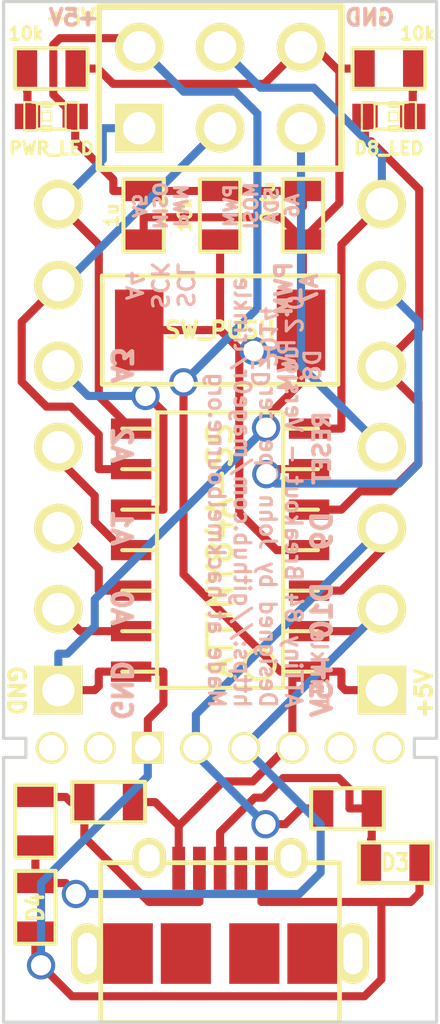
<source format=kicad_pcb>
(kicad_pcb (version 3) (host pcbnew "(2013-07-07 BZR 4022)-stable")

  (general
    (links 50)
    (no_connects 0)
    (area 12.349999 12.449999 26.050001 35.750001)
    (thickness 1.6)
    (drawings 33)
    (tracks 212)
    (zones 0)
    (modules 19)
    (nets 19)
  )

  (page A3)
  (layers
    (15 F.Cu signal)
    (0 B.Cu signal)
    (16 B.Adhes user)
    (17 F.Adhes user)
    (18 B.Paste user)
    (19 F.Paste user)
    (20 B.SilkS user)
    (21 F.SilkS user)
    (22 B.Mask user)
    (23 F.Mask user)
    (24 Dwgs.User user)
    (25 Cmts.User user)
    (26 Eco1.User user)
    (27 Eco2.User user)
    (28 Edge.Cuts user)
  )

  (setup
    (last_trace_width 0.254)
    (trace_clearance 0.254)
    (zone_clearance 0.508)
    (zone_45_only no)
    (trace_min 0.254)
    (segment_width 0.2)
    (edge_width 0.1)
    (via_size 0.889)
    (via_drill 0.635)
    (via_min_size 0.889)
    (via_min_drill 0.508)
    (uvia_size 0.508)
    (uvia_drill 0.127)
    (uvias_allowed no)
    (uvia_min_size 0.508)
    (uvia_min_drill 0.127)
    (pcb_text_width 0.3)
    (pcb_text_size 1.5 1.5)
    (mod_edge_width 0.15)
    (mod_text_size 1 1)
    (mod_text_width 0.15)
    (pad_size 1 1)
    (pad_drill 0.8)
    (pad_to_mask_clearance 0)
    (aux_axis_origin 0 0)
    (visible_elements 7FFFFFFF)
    (pcbplotparams
      (layerselection 284196865)
      (usegerberextensions true)
      (excludeedgelayer true)
      (linewidth 0.150000)
      (plotframeref false)
      (viasonmask false)
      (mode 1)
      (useauxorigin false)
      (hpglpennumber 1)
      (hpglpenspeed 20)
      (hpglpendiameter 15)
      (hpglpenoverlay 2)
      (psnegative false)
      (psa4output false)
      (plotreference true)
      (plotvalue true)
      (plotothertext true)
      (plotinvisibletext false)
      (padsonsilk false)
      (subtractmaskfromsilk false)
      (outputformat 1)
      (mirror false)
      (drillshape 0)
      (scaleselection 1)
      (outputdirectory Gerber/))
  )

  (net 0 "")
  (net 1 +5V)
  (net 2 GND)
  (net 3 N-0000010)
  (net 4 N-0000011)
  (net 5 N-0000012)
  (net 6 N-0000013)
  (net 7 N-0000014)
  (net 8 N-0000015)
  (net 9 N-0000016)
  (net 10 N-0000017)
  (net 11 N-0000018)
  (net 12 N-0000019)
  (net 13 N-0000020)
  (net 14 N-0000021)
  (net 15 N-0000022)
  (net 16 N-0000023)
  (net 17 N-000008)
  (net 18 N-000009)

  (net_class Default "This is the default net class."
    (clearance 0.254)
    (trace_width 0.254)
    (via_dia 0.889)
    (via_drill 0.635)
    (uvia_dia 0.508)
    (uvia_drill 0.127)
    (add_net "")
    (add_net +5V)
    (add_net GND)
    (add_net N-0000010)
    (add_net N-0000011)
    (add_net N-0000012)
    (add_net N-0000013)
    (add_net N-0000014)
    (add_net N-0000015)
    (add_net N-0000016)
    (add_net N-0000017)
    (add_net N-0000018)
    (add_net N-0000019)
    (add_net N-0000020)
    (add_net N-0000021)
    (add_net N-0000022)
    (add_net N-0000023)
    (add_net N-000008)
    (add_net N-000009)
  )

  (module SM0603 (layer F.Cu) (tedit 53B41724) (tstamp 53B3F790)
    (at 21.8 19.2 270)
    (path /53B3E7E8)
    (attr smd)
    (fp_text reference C1 (at 0 0 270) (layer F.SilkS) hide
      (effects (font (size 0.508 0.4572) (thickness 0.1143)))
    )
    (fp_text value 0.1u (at -0.4 1.1 270) (layer F.SilkS)
      (effects (font (size 0.4 0.4) (thickness 0.1)))
    )
    (fp_line (start -1.143 -0.635) (end 1.143 -0.635) (layer F.SilkS) (width 0.127))
    (fp_line (start 1.143 -0.635) (end 1.143 0.635) (layer F.SilkS) (width 0.127))
    (fp_line (start 1.143 0.635) (end -1.143 0.635) (layer F.SilkS) (width 0.127))
    (fp_line (start -1.143 0.635) (end -1.143 -0.635) (layer F.SilkS) (width 0.127))
    (pad 1 smd rect (at -0.762 0 270) (size 0.635 1.143)
      (layers F.Cu F.Paste F.Mask)
      (net 1 +5V)
    )
    (pad 2 smd rect (at 0.762 0 270) (size 0.635 1.143)
      (layers F.Cu F.Paste F.Mask)
      (net 2 GND)
    )
    (model smd\resistors\R0603.wrl
      (at (xyz 0 0 0.001))
      (scale (xyz 0.5 0.5 0.5))
      (rotate (xyz 0 0 0))
    )
  )

  (module SM0603 (layer F.Cu) (tedit 53C8EEA1) (tstamp 53B3F79A)
    (at 16.8 19.2 270)
    (path /53B3E7F7)
    (attr smd)
    (fp_text reference C2 (at 0 0 270) (layer F.SilkS) hide
      (effects (font (size 0.508 0.4572) (thickness 0.1143)))
    )
    (fp_text value 1u (at 0 1 270) (layer F.SilkS)
      (effects (font (size 0.4 0.4) (thickness 0.1)))
    )
    (fp_line (start -1.143 -0.635) (end 1.143 -0.635) (layer F.SilkS) (width 0.127))
    (fp_line (start 1.143 -0.635) (end 1.143 0.635) (layer F.SilkS) (width 0.127))
    (fp_line (start 1.143 0.635) (end -1.143 0.635) (layer F.SilkS) (width 0.127))
    (fp_line (start -1.143 0.635) (end -1.143 -0.635) (layer F.SilkS) (width 0.127))
    (pad 1 smd rect (at -0.762 0 270) (size 0.635 1.143)
      (layers F.Cu F.Paste F.Mask)
      (net 1 +5V)
    )
    (pad 2 smd rect (at 0.762 0 270) (size 0.635 1.143)
      (layers F.Cu F.Paste F.Mask)
      (net 2 GND)
    )
    (model smd\resistors\R0603.wrl
      (at (xyz 0 0 0.001))
      (scale (xyz 0.5 0.5 0.5))
      (rotate (xyz 0 0 0))
    )
  )

  (module SM0603 (layer F.Cu) (tedit 53B40DA2) (tstamp 53B3F7A4)
    (at 13.9 14.6)
    (path /53B3E87D)
    (attr smd)
    (fp_text reference R1 (at 0 -1.3) (layer F.SilkS) hide
      (effects (font (size 0.508 0.4572) (thickness 0.1143)))
    )
    (fp_text value 10k (at -0.8 -1.1) (layer F.SilkS)
      (effects (font (size 0.4 0.4) (thickness 0.1)))
    )
    (fp_line (start -1.143 -0.635) (end 1.143 -0.635) (layer F.SilkS) (width 0.127))
    (fp_line (start 1.143 -0.635) (end 1.143 0.635) (layer F.SilkS) (width 0.127))
    (fp_line (start 1.143 0.635) (end -1.143 0.635) (layer F.SilkS) (width 0.127))
    (fp_line (start -1.143 0.635) (end -1.143 -0.635) (layer F.SilkS) (width 0.127))
    (pad 1 smd rect (at -0.762 0) (size 0.635 1.143)
      (layers F.Cu F.Paste F.Mask)
      (net 4 N-0000011)
    )
    (pad 2 smd rect (at 0.762 0) (size 0.635 1.143)
      (layers F.Cu F.Paste F.Mask)
      (net 2 GND)
    )
    (model smd\resistors\R0603.wrl
      (at (xyz 0 0 0.001))
      (scale (xyz 0.5 0.5 0.5))
      (rotate (xyz 0 0 0))
    )
  )

  (module SM0603 (layer F.Cu) (tedit 53B40DF1) (tstamp 53B3F7AE)
    (at 24.5 14.6 180)
    (path /53B3EF88)
    (attr smd)
    (fp_text reference R3 (at 0 0 180) (layer F.SilkS) hide
      (effects (font (size 0.508 0.4572) (thickness 0.1143)))
    )
    (fp_text value 10k (at -0.9 1.1 180) (layer F.SilkS)
      (effects (font (size 0.4 0.4) (thickness 0.1)))
    )
    (fp_line (start -1.143 -0.635) (end 1.143 -0.635) (layer F.SilkS) (width 0.127))
    (fp_line (start 1.143 -0.635) (end 1.143 0.635) (layer F.SilkS) (width 0.127))
    (fp_line (start 1.143 0.635) (end -1.143 0.635) (layer F.SilkS) (width 0.127))
    (fp_line (start -1.143 0.635) (end -1.143 -0.635) (layer F.SilkS) (width 0.127))
    (pad 1 smd rect (at -0.762 0 180) (size 0.635 1.143)
      (layers F.Cu F.Paste F.Mask)
      (net 17 N-000008)
    )
    (pad 2 smd rect (at 0.762 0 180) (size 0.635 1.143)
      (layers F.Cu F.Paste F.Mask)
      (net 2 GND)
    )
    (model smd\resistors\R0603.wrl
      (at (xyz 0 0 0.001))
      (scale (xyz 0.5 0.5 0.5))
      (rotate (xyz 0 0 0))
    )
  )

  (module SM0603 (layer F.Cu) (tedit 53B40CCD) (tstamp 53B3F7B8)
    (at 19.2 19.2 270)
    (path /53B3F0D4)
    (attr smd)
    (fp_text reference R2 (at 0 0 270) (layer F.SilkS) hide
      (effects (font (size 0.508 0.4572) (thickness 0.1143)))
    )
    (fp_text value 10k (at 0 1.1 270) (layer F.SilkS)
      (effects (font (size 0.4 0.4) (thickness 0.1)))
    )
    (fp_line (start -1.143 -0.635) (end 1.143 -0.635) (layer F.SilkS) (width 0.127))
    (fp_line (start 1.143 -0.635) (end 1.143 0.635) (layer F.SilkS) (width 0.127))
    (fp_line (start 1.143 0.635) (end -1.143 0.635) (layer F.SilkS) (width 0.127))
    (fp_line (start -1.143 0.635) (end -1.143 -0.635) (layer F.SilkS) (width 0.127))
    (pad 1 smd rect (at -0.762 0 270) (size 0.635 1.143)
      (layers F.Cu F.Paste F.Mask)
      (net 1 +5V)
    )
    (pad 2 smd rect (at 0.762 0 270) (size 0.635 1.143)
      (layers F.Cu F.Paste F.Mask)
      (net 8 N-0000015)
    )
    (model smd\resistors\R0603.wrl
      (at (xyz 0 0 0.001))
      (scale (xyz 0.5 0.5 0.5))
      (rotate (xyz 0 0 0))
    )
  )

  (module pin_array_3x2 (layer F.Cu) (tedit 53B408F7) (tstamp 53B3F7C6)
    (at 19.2 15.2)
    (descr "Double rangee de contacts 2 x 4 pins")
    (tags CONN)
    (path /53B3E722)
    (fp_text reference P1 (at 0 -3.81) (layer F.SilkS) hide
      (effects (font (size 1.016 1.016) (thickness 0.2032)))
    )
    (fp_text value ISCP (at 0 3.81) (layer F.SilkS) hide
      (effects (font (size 1.016 1.016) (thickness 0.2032)))
    )
    (fp_line (start 3.81 2.54) (end -3.81 2.54) (layer F.SilkS) (width 0.2032))
    (fp_line (start -3.81 -2.54) (end 3.81 -2.54) (layer F.SilkS) (width 0.2032))
    (fp_line (start 3.81 -2.54) (end 3.81 2.54) (layer F.SilkS) (width 0.2032))
    (fp_line (start -3.81 2.54) (end -3.81 -2.54) (layer F.SilkS) (width 0.2032))
    (pad 1 thru_hole rect (at -2.54 1.27) (size 1.524 1.524) (drill 1.016)
      (layers *.Cu *.Mask F.SilkS)
      (net 12 N-0000019)
    )
    (pad 2 thru_hole circle (at -2.54 -1.27) (size 1.524 1.524) (drill 1.016)
      (layers *.Cu *.Mask F.SilkS)
      (net 1 +5V)
    )
    (pad 3 thru_hole circle (at 0 1.27) (size 1.524 1.524) (drill 1.016)
      (layers *.Cu *.Mask F.SilkS)
      (net 13 N-0000020)
    )
    (pad 4 thru_hole circle (at 0 -1.27) (size 1.524 1.524) (drill 1.016)
      (layers *.Cu *.Mask F.SilkS)
      (net 11 N-0000018)
    )
    (pad 5 thru_hole circle (at 2.54 1.27) (size 1.524 1.524) (drill 1.016)
      (layers *.Cu *.Mask F.SilkS)
      (net 8 N-0000015)
    )
    (pad 6 thru_hole circle (at 2.54 -1.27) (size 1.524 1.524) (drill 1.016)
      (layers *.Cu *.Mask F.SilkS)
      (net 2 GND)
    )
    (model pin_array/pins_array_3x2.wrl
      (at (xyz 0 0 0))
      (scale (xyz 1 1 1))
      (rotate (xyz 0 0 0))
    )
  )

  (module LED-0603 (layer F.Cu) (tedit 53B40BA1) (tstamp 53B3F7E2)
    (at 13.9 16.1 180)
    (descr "LED 0603 smd package")
    (tags "LED led 0603 SMD smd SMT smt smdled SMDLED smtled SMTLED")
    (path /53B3E855)
    (attr smd)
    (fp_text reference D1 (at 0 -1.016 180) (layer F.SilkS) hide
      (effects (font (size 0.508 0.508) (thickness 0.127)))
    )
    (fp_text value PWR_LED (at 0 -1 180) (layer F.SilkS)
      (effects (font (size 0.4 0.4) (thickness 0.1)))
    )
    (fp_line (start 0.44958 -0.44958) (end 0.44958 0.44958) (layer F.SilkS) (width 0.06604))
    (fp_line (start 0.44958 0.44958) (end 0.84836 0.44958) (layer F.SilkS) (width 0.06604))
    (fp_line (start 0.84836 -0.44958) (end 0.84836 0.44958) (layer F.SilkS) (width 0.06604))
    (fp_line (start 0.44958 -0.44958) (end 0.84836 -0.44958) (layer F.SilkS) (width 0.06604))
    (fp_line (start -0.84836 -0.44958) (end -0.84836 0.44958) (layer F.SilkS) (width 0.06604))
    (fp_line (start -0.84836 0.44958) (end -0.44958 0.44958) (layer F.SilkS) (width 0.06604))
    (fp_line (start -0.44958 -0.44958) (end -0.44958 0.44958) (layer F.SilkS) (width 0.06604))
    (fp_line (start -0.84836 -0.44958) (end -0.44958 -0.44958) (layer F.SilkS) (width 0.06604))
    (fp_line (start 0 -0.44958) (end 0 -0.29972) (layer F.SilkS) (width 0.06604))
    (fp_line (start 0 -0.29972) (end 0.29972 -0.29972) (layer F.SilkS) (width 0.06604))
    (fp_line (start 0.29972 -0.44958) (end 0.29972 -0.29972) (layer F.SilkS) (width 0.06604))
    (fp_line (start 0 -0.44958) (end 0.29972 -0.44958) (layer F.SilkS) (width 0.06604))
    (fp_line (start 0 0.29972) (end 0 0.44958) (layer F.SilkS) (width 0.06604))
    (fp_line (start 0 0.44958) (end 0.29972 0.44958) (layer F.SilkS) (width 0.06604))
    (fp_line (start 0.29972 0.29972) (end 0.29972 0.44958) (layer F.SilkS) (width 0.06604))
    (fp_line (start 0 0.29972) (end 0.29972 0.29972) (layer F.SilkS) (width 0.06604))
    (fp_line (start 0 -0.14986) (end 0 0.14986) (layer F.SilkS) (width 0.06604))
    (fp_line (start 0 0.14986) (end 0.29972 0.14986) (layer F.SilkS) (width 0.06604))
    (fp_line (start 0.29972 -0.14986) (end 0.29972 0.14986) (layer F.SilkS) (width 0.06604))
    (fp_line (start 0 -0.14986) (end 0.29972 -0.14986) (layer F.SilkS) (width 0.06604))
    (fp_line (start 0.44958 -0.39878) (end -0.44958 -0.39878) (layer F.SilkS) (width 0.1016))
    (fp_line (start 0.44958 0.39878) (end -0.44958 0.39878) (layer F.SilkS) (width 0.1016))
    (pad 1 smd rect (at -0.7493 0 180) (size 0.79756 0.79756)
      (layers F.Cu F.Paste F.Mask)
      (net 1 +5V)
    )
    (pad 2 smd rect (at 0.7493 0 180) (size 0.79756 0.79756)
      (layers F.Cu F.Paste F.Mask)
      (net 4 N-0000011)
    )
  )

  (module LED-0603 (layer F.Cu) (tedit 53B40B9C) (tstamp 53B3F7FE)
    (at 24.5 16.1)
    (descr "LED 0603 smd package")
    (tags "LED led 0603 SMD smd SMT smt smdled SMDLED smtled SMTLED")
    (path /53B3EDDD)
    (attr smd)
    (fp_text reference D2 (at 0 -1.016) (layer F.SilkS) hide
      (effects (font (size 0.508 0.508) (thickness 0.127)))
    )
    (fp_text value D8_LED (at 0 1) (layer F.SilkS)
      (effects (font (size 0.4 0.4) (thickness 0.1)))
    )
    (fp_line (start 0.44958 -0.44958) (end 0.44958 0.44958) (layer F.SilkS) (width 0.06604))
    (fp_line (start 0.44958 0.44958) (end 0.84836 0.44958) (layer F.SilkS) (width 0.06604))
    (fp_line (start 0.84836 -0.44958) (end 0.84836 0.44958) (layer F.SilkS) (width 0.06604))
    (fp_line (start 0.44958 -0.44958) (end 0.84836 -0.44958) (layer F.SilkS) (width 0.06604))
    (fp_line (start -0.84836 -0.44958) (end -0.84836 0.44958) (layer F.SilkS) (width 0.06604))
    (fp_line (start -0.84836 0.44958) (end -0.44958 0.44958) (layer F.SilkS) (width 0.06604))
    (fp_line (start -0.44958 -0.44958) (end -0.44958 0.44958) (layer F.SilkS) (width 0.06604))
    (fp_line (start -0.84836 -0.44958) (end -0.44958 -0.44958) (layer F.SilkS) (width 0.06604))
    (fp_line (start 0 -0.44958) (end 0 -0.29972) (layer F.SilkS) (width 0.06604))
    (fp_line (start 0 -0.29972) (end 0.29972 -0.29972) (layer F.SilkS) (width 0.06604))
    (fp_line (start 0.29972 -0.44958) (end 0.29972 -0.29972) (layer F.SilkS) (width 0.06604))
    (fp_line (start 0 -0.44958) (end 0.29972 -0.44958) (layer F.SilkS) (width 0.06604))
    (fp_line (start 0 0.29972) (end 0 0.44958) (layer F.SilkS) (width 0.06604))
    (fp_line (start 0 0.44958) (end 0.29972 0.44958) (layer F.SilkS) (width 0.06604))
    (fp_line (start 0.29972 0.29972) (end 0.29972 0.44958) (layer F.SilkS) (width 0.06604))
    (fp_line (start 0 0.29972) (end 0.29972 0.29972) (layer F.SilkS) (width 0.06604))
    (fp_line (start 0 -0.14986) (end 0 0.14986) (layer F.SilkS) (width 0.06604))
    (fp_line (start 0 0.14986) (end 0.29972 0.14986) (layer F.SilkS) (width 0.06604))
    (fp_line (start 0.29972 -0.14986) (end 0.29972 0.14986) (layer F.SilkS) (width 0.06604))
    (fp_line (start 0 -0.14986) (end 0.29972 -0.14986) (layer F.SilkS) (width 0.06604))
    (fp_line (start 0.44958 -0.39878) (end -0.44958 -0.39878) (layer F.SilkS) (width 0.1016))
    (fp_line (start 0.44958 0.39878) (end -0.44958 0.39878) (layer F.SilkS) (width 0.1016))
    (pad 1 smd rect (at -0.7493 0) (size 0.79756 0.79756)
      (layers F.Cu F.Paste F.Mask)
      (net 9 N-0000016)
    )
    (pad 2 smd rect (at 0.7493 0) (size 0.79756 0.79756)
      (layers F.Cu F.Paste F.Mask)
      (net 17 N-000008)
    )
  )

  (module so-14 (layer F.Cu) (tedit 53C8EE1D) (tstamp 53B3F823)
    (at 19.2 29.7 90)
    (descr SO-14)
    (path /53B3DF25)
    (attr smd)
    (fp_text reference IC1 (at 0 -1.016 90) (layer F.SilkS) hide
      (effects (font (size 0.7493 0.7493) (thickness 0.14986)))
    )
    (fp_text value ATTINY84A-SS (at 0 0 90) (layer F.SilkS)
      (effects (font (size 0.7493 0.7493) (thickness 0.14986)))
    )
    (fp_line (start -4.318 -1.9812) (end -4.318 1.9812) (layer F.SilkS) (width 0.127))
    (fp_line (start -4.318 1.9812) (end 4.318 1.9812) (layer F.SilkS) (width 0.127))
    (fp_line (start 4.318 1.9812) (end 4.318 -1.9812) (layer F.SilkS) (width 0.127))
    (fp_line (start 4.318 -1.9812) (end -4.318 -1.9812) (layer F.SilkS) (width 0.127))
    (fp_line (start -2.54 -1.9812) (end -2.54 -3.0734) (layer F.SilkS) (width 0.127))
    (fp_line (start -1.27 -1.9812) (end -1.27 -3.0734) (layer F.SilkS) (width 0.127))
    (fp_line (start 0 -1.9812) (end 0 -3.0734) (layer F.SilkS) (width 0.127))
    (fp_line (start -3.81 -1.9812) (end -3.81 -3.0734) (layer F.SilkS) (width 0.127))
    (fp_line (start 1.27 -3.0734) (end 1.27 -1.9812) (layer F.SilkS) (width 0.127))
    (fp_line (start 2.54 -3.0734) (end 2.54 -1.9812) (layer F.SilkS) (width 0.127))
    (fp_line (start 3.81 -3.0734) (end 3.81 -1.9812) (layer F.SilkS) (width 0.127))
    (fp_line (start 3.81 1.9812) (end 3.81 3.0734) (layer F.SilkS) (width 0.127))
    (fp_line (start 2.54 1.9812) (end 2.54 3.0734) (layer F.SilkS) (width 0.127))
    (fp_line (start -3.81 1.9812) (end -3.81 3.0734) (layer F.SilkS) (width 0.127))
    (fp_line (start -2.54 3.0734) (end -2.54 1.9812) (layer F.SilkS) (width 0.127))
    (fp_line (start 1.27 3.0734) (end 1.27 1.9812) (layer F.SilkS) (width 0.127))
    (fp_line (start 0 3.0734) (end 0 1.9812) (layer F.SilkS) (width 0.127))
    (fp_line (start -1.27 3.0734) (end -1.27 1.9812) (layer F.SilkS) (width 0.127))
    (fp_circle (center -3.5814 1.2446) (end -3.8608 1.6256) (layer F.SilkS) (width 0.127))
    (pad 1 smd rect (at -3.81 2.794 90) (size 0.635 1.27)
      (layers F.Cu F.Paste F.Mask)
      (net 1 +5V)
    )
    (pad 2 smd rect (at -2.54 2.794 90) (size 0.635 1.27)
      (layers F.Cu F.Paste F.Mask)
      (net 6 N-0000013)
    )
    (pad 3 smd rect (at -1.27 2.794 90) (size 0.635 1.27)
      (layers F.Cu F.Paste F.Mask)
      (net 7 N-0000014)
    )
    (pad 4 smd rect (at 0 2.794 90) (size 0.635 1.27)
      (layers F.Cu F.Paste F.Mask)
      (net 8 N-0000015)
    )
    (pad 5 smd rect (at 1.27 2.794 90) (size 0.635 1.27)
      (layers F.Cu F.Paste F.Mask)
      (net 9 N-0000016)
    )
    (pad 6 smd rect (at 2.54 2.794 90) (size 0.635 1.27)
      (layers F.Cu F.Paste F.Mask)
      (net 10 N-0000017)
    )
    (pad 7 smd rect (at 3.81 2.794 90) (size 0.635 1.27)
      (layers F.Cu F.Paste F.Mask)
      (net 11 N-0000018)
    )
    (pad 8 smd rect (at 3.81 -2.794 90) (size 0.635 1.27)
      (layers F.Cu F.Paste F.Mask)
      (net 12 N-0000019)
    )
    (pad 9 smd rect (at 2.54 -2.794 90) (size 0.635 1.27)
      (layers F.Cu F.Paste F.Mask)
      (net 13 N-0000020)
    )
    (pad 10 smd rect (at 1.27 -2.794 90) (size 0.635 1.27)
      (layers F.Cu F.Paste F.Mask)
      (net 14 N-0000021)
    )
    (pad 11 smd rect (at 0 -2.794 90) (size 0.635 1.27)
      (layers F.Cu F.Paste F.Mask)
      (net 5 N-0000012)
    )
    (pad 12 smd rect (at -1.27 -2.794 90) (size 0.635 1.27)
      (layers F.Cu F.Paste F.Mask)
      (net 15 N-0000022)
    )
    (pad 13 smd rect (at -2.54 -2.794 90) (size 0.635 1.27)
      (layers F.Cu F.Paste F.Mask)
      (net 16 N-0000023)
    )
    (pad 14 smd rect (at -3.81 -2.794 90) (size 0.635 1.27)
      (layers F.Cu F.Paste F.Mask)
      (net 2 GND)
    )
    (model smd/smd_dil/so-14.wrl
      (at (xyz 0 0 0))
      (scale (xyz 1 1 1))
      (rotate (xyz 0 0 0))
    )
  )

  (module 1107G (layer F.Cu) (tedit 53B4091B) (tstamp 53B408F5)
    (at 19.2 22.8)
    (tags SWITCH)
    (path /53B3F19E)
    (fp_text reference SW1 (at 0 2.54) (layer F.SilkS) hide
      (effects (font (size 1 1) (thickness 0.15)))
    )
    (fp_text value SW_PUSH (at 0 0) (layer F.SilkS)
      (effects (font (size 0.5 0.5) (thickness 0.125)))
    )
    (fp_line (start -3.7 -1.7) (end 3.7 -1.7) (layer F.SilkS) (width 0.15))
    (fp_line (start 3.7 -1.7) (end 3.7 1.7) (layer F.SilkS) (width 0.15))
    (fp_line (start 3.7 1.7) (end -3.7 1.7) (layer F.SilkS) (width 0.15))
    (fp_line (start -3.7 1.7) (end -3.7 -1.7) (layer F.SilkS) (width 0.15))
    (pad 1 smd rect (at 2.54 0) (size 1.524 2.54)
      (layers F.Cu F.Paste F.Mask)
      (net 2 GND)
    )
    (pad 2 smd rect (at -2.54 0) (size 1.524 2.54)
      (layers F.Cu F.Paste F.Mask)
      (net 8 N-0000015)
    )
  )

  (module PIN_ARRAY-7X1_naked (layer F.Cu) (tedit 54032358) (tstamp 53B40B2E)
    (at 14.12 26.47 90)
    (path /53B3E913)
    (fp_text reference P2 (at 0 -2.159 90) (layer F.SilkS) hide
      (effects (font (size 1.016 1.016) (thickness 0.2032)))
    )
    (fp_text value CONN_7 (at 0 2.159 90) (layer F.SilkS) hide
      (effects (font (size 1.016 0.889) (thickness 0.2032)))
    )
    (pad 1 thru_hole rect (at -7.62 0 90) (size 1.524 1.524) (drill 1.016)
      (layers *.Cu *.Mask F.SilkS)
      (net 2 GND)
    )
    (pad 2 thru_hole circle (at -5.08 0 90) (size 1.524 1.524) (drill 1.016)
      (layers *.Cu *.Mask F.SilkS)
      (net 16 N-0000023)
    )
    (pad 3 thru_hole circle (at -2.54 0 90) (size 1.524 1.524) (drill 1.016)
      (layers *.Cu *.Mask F.SilkS)
      (net 15 N-0000022)
    )
    (pad 4 thru_hole circle (at 0 0 90) (size 1.524 1.524) (drill 1.016)
      (layers *.Cu *.Mask F.SilkS)
      (net 5 N-0000012)
    )
    (pad 5 thru_hole circle (at 2.54 0 90) (size 1.524 1.524) (drill 1.016)
      (layers *.Cu *.Mask F.SilkS)
      (net 14 N-0000021)
    )
    (pad 6 thru_hole circle (at 5.08 0 90) (size 1.524 1.524) (drill 1.016)
      (layers *.Cu *.Mask F.SilkS)
      (net 13 N-0000020)
    )
    (pad 7 thru_hole circle (at 7.62 0 90) (size 1.524 1.524) (drill 1.016)
      (layers *.Cu *.Mask F.SilkS)
      (net 12 N-0000019)
    )
    (model pin_array/pins_array_6x1.wrl
      (at (xyz 0 0 0))
      (scale (xyz 1 1 1))
      (rotate (xyz 0 0 0))
    )
  )

  (module PIN_ARRAY-7X1_naked (layer F.Cu) (tedit 54032358) (tstamp 53B411FD)
    (at 24.28 26.47 90)
    (path /53B3E922)
    (fp_text reference P3 (at 0 -2.159 90) (layer F.SilkS) hide
      (effects (font (size 1.016 1.016) (thickness 0.2032)))
    )
    (fp_text value CONN_7 (at 0 2.159 90) (layer F.SilkS) hide
      (effects (font (size 1.016 0.889) (thickness 0.2032)))
    )
    (pad 1 thru_hole rect (at -7.62 0 90) (size 1.524 1.524) (drill 1.016)
      (layers *.Cu *.Mask F.SilkS)
      (net 1 +5V)
    )
    (pad 2 thru_hole circle (at -5.08 0 90) (size 1.524 1.524) (drill 1.016)
      (layers *.Cu *.Mask F.SilkS)
      (net 6 N-0000013)
    )
    (pad 3 thru_hole circle (at -2.54 0 90) (size 1.524 1.524) (drill 1.016)
      (layers *.Cu *.Mask F.SilkS)
      (net 7 N-0000014)
    )
    (pad 4 thru_hole circle (at 0 0 90) (size 1.524 1.524) (drill 1.016)
      (layers *.Cu *.Mask F.SilkS)
      (net 8 N-0000015)
    )
    (pad 5 thru_hole circle (at 2.54 0 90) (size 1.524 1.524) (drill 1.016)
      (layers *.Cu *.Mask F.SilkS)
      (net 9 N-0000016)
    )
    (pad 6 thru_hole circle (at 5.08 0 90) (size 1.524 1.524) (drill 1.016)
      (layers *.Cu *.Mask F.SilkS)
      (net 10 N-0000017)
    )
    (pad 7 thru_hole circle (at 7.62 0 90) (size 1.524 1.524) (drill 1.016)
      (layers *.Cu *.Mask F.SilkS)
      (net 11 N-0000018)
    )
    (model pin_array/pins_array_6x1.wrl
      (at (xyz 0 0 0))
      (scale (xyz 1 1 1))
      (rotate (xyz 0 0 0))
    )
  )

  (module SM0603 (layer F.Cu) (tedit 54032CB0) (tstamp 540326E1)
    (at 15.7 37.6)
    (path /54032140)
    (attr smd)
    (fp_text reference R4 (at 0 0) (layer F.SilkS) hide
      (effects (font (size 0.508 0.4572) (thickness 0.1143)))
    )
    (fp_text value 1k (at 0 1.3) (layer F.SilkS) hide
      (effects (font (size 0.508 0.4572) (thickness 0.1143)))
    )
    (fp_line (start -1.143 -0.635) (end 1.143 -0.635) (layer F.SilkS) (width 0.127))
    (fp_line (start 1.143 -0.635) (end 1.143 0.635) (layer F.SilkS) (width 0.127))
    (fp_line (start 1.143 0.635) (end -1.143 0.635) (layer F.SilkS) (width 0.127))
    (fp_line (start -1.143 0.635) (end -1.143 -0.635) (layer F.SilkS) (width 0.127))
    (pad 1 smd rect (at -0.762 0) (size 0.635 1.143)
      (layers F.Cu F.Paste F.Mask)
      (net 3 N-0000010)
    )
    (pad 2 smd rect (at 0.762 0) (size 0.635 1.143)
      (layers F.Cu F.Paste F.Mask)
      (net 1 +5V)
    )
    (model smd\resistors\R0603.wrl
      (at (xyz 0 0 0.001))
      (scale (xyz 0.5 0.5 0.5))
      (rotate (xyz 0 0 0))
    )
  )

  (module SM0603 (layer F.Cu) (tedit 54032CBB) (tstamp 540326EB)
    (at 13.4 38.2 270)
    (path /540322DD)
    (attr smd)
    (fp_text reference R6 (at 0 0 270) (layer F.SilkS) hide
      (effects (font (size 0.508 0.4572) (thickness 0.1143)))
    )
    (fp_text value 68 (at -1.8 0 270) (layer F.SilkS) hide
      (effects (font (size 0.508 0.4572) (thickness 0.1143)))
    )
    (fp_line (start -1.143 -0.635) (end 1.143 -0.635) (layer F.SilkS) (width 0.127))
    (fp_line (start 1.143 -0.635) (end 1.143 0.635) (layer F.SilkS) (width 0.127))
    (fp_line (start 1.143 0.635) (end -1.143 0.635) (layer F.SilkS) (width 0.127))
    (fp_line (start -1.143 0.635) (end -1.143 -0.635) (layer F.SilkS) (width 0.127))
    (pad 1 smd rect (at -0.762 0 270) (size 0.635 1.143)
      (layers F.Cu F.Paste F.Mask)
      (net 3 N-0000010)
    )
    (pad 2 smd rect (at 0.762 0 270) (size 0.635 1.143)
      (layers F.Cu F.Paste F.Mask)
      (net 6 N-0000013)
    )
    (model smd\resistors\R0603.wrl
      (at (xyz 0 0 0.001))
      (scale (xyz 0.5 0.5 0.5))
      (rotate (xyz 0 0 0))
    )
  )

  (module SM0603 (layer F.Cu) (tedit 54032CC3) (tstamp 540326F5)
    (at 23.2 37.8 180)
    (path /54032305)
    (attr smd)
    (fp_text reference R5 (at 0 0 180) (layer F.SilkS) hide
      (effects (font (size 0.508 0.4572) (thickness 0.1143)))
    )
    (fp_text value 68 (at -1.8 0 180) (layer F.SilkS) hide
      (effects (font (size 0.508 0.4572) (thickness 0.1143)))
    )
    (fp_line (start -1.143 -0.635) (end 1.143 -0.635) (layer F.SilkS) (width 0.127))
    (fp_line (start 1.143 -0.635) (end 1.143 0.635) (layer F.SilkS) (width 0.127))
    (fp_line (start 1.143 0.635) (end -1.143 0.635) (layer F.SilkS) (width 0.127))
    (fp_line (start -1.143 0.635) (end -1.143 -0.635) (layer F.SilkS) (width 0.127))
    (pad 1 smd rect (at -0.762 0 180) (size 0.635 1.143)
      (layers F.Cu F.Paste F.Mask)
      (net 18 N-000009)
    )
    (pad 2 smd rect (at 0.762 0 180) (size 0.635 1.143)
      (layers F.Cu F.Paste F.Mask)
      (net 7 N-0000014)
    )
    (model smd\resistors\R0603.wrl
      (at (xyz 0 0 0.001))
      (scale (xyz 0.5 0.5 0.5))
      (rotate (xyz 0 0 0))
    )
  )

  (module SM0603 (layer F.Cu) (tedit 4E43A3D1) (tstamp 540326FF)
    (at 24.7 39.5 180)
    (path /540324BD)
    (attr smd)
    (fp_text reference D3 (at 0 0 180) (layer F.SilkS)
      (effects (font (size 0.508 0.4572) (thickness 0.1143)))
    )
    (fp_text value DIODE (at 0 0 180) (layer F.SilkS) hide
      (effects (font (size 0.508 0.4572) (thickness 0.1143)))
    )
    (fp_line (start -1.143 -0.635) (end 1.143 -0.635) (layer F.SilkS) (width 0.127))
    (fp_line (start 1.143 -0.635) (end 1.143 0.635) (layer F.SilkS) (width 0.127))
    (fp_line (start 1.143 0.635) (end -1.143 0.635) (layer F.SilkS) (width 0.127))
    (fp_line (start -1.143 0.635) (end -1.143 -0.635) (layer F.SilkS) (width 0.127))
    (pad 1 smd rect (at -0.762 0 180) (size 0.635 1.143)
      (layers F.Cu F.Paste F.Mask)
      (net 2 GND)
    )
    (pad 2 smd rect (at 0.762 0 180) (size 0.635 1.143)
      (layers F.Cu F.Paste F.Mask)
      (net 18 N-000009)
    )
    (model smd\resistors\R0603.wrl
      (at (xyz 0 0 0.001))
      (scale (xyz 0.5 0.5 0.5))
      (rotate (xyz 0 0 0))
    )
  )

  (module SM0603 (layer F.Cu) (tedit 4E43A3D1) (tstamp 54032709)
    (at 13.4 40.9 90)
    (path /540324EE)
    (attr smd)
    (fp_text reference D4 (at 0 0 90) (layer F.SilkS)
      (effects (font (size 0.508 0.4572) (thickness 0.1143)))
    )
    (fp_text value DIODE (at 0 0 90) (layer F.SilkS) hide
      (effects (font (size 0.508 0.4572) (thickness 0.1143)))
    )
    (fp_line (start -1.143 -0.635) (end 1.143 -0.635) (layer F.SilkS) (width 0.127))
    (fp_line (start 1.143 -0.635) (end 1.143 0.635) (layer F.SilkS) (width 0.127))
    (fp_line (start 1.143 0.635) (end -1.143 0.635) (layer F.SilkS) (width 0.127))
    (fp_line (start -1.143 0.635) (end -1.143 -0.635) (layer F.SilkS) (width 0.127))
    (pad 1 smd rect (at -0.762 0 90) (size 0.635 1.143)
      (layers F.Cu F.Paste F.Mask)
      (net 2 GND)
    )
    (pad 2 smd rect (at 0.762 0 90) (size 0.635 1.143)
      (layers F.Cu F.Paste F.Mask)
      (net 6 N-0000013)
    )
    (model smd\resistors\R0603.wrl
      (at (xyz 0 0 0.001))
      (scale (xyz 0.5 0.5 0.5))
      (rotate (xyz 0 0 0))
    )
  )

  (module MINI_USB (layer F.Cu) (tedit 54032C2C) (tstamp 54038DB3)
    (at 19.2 42 180)
    (tags SD-47589-001)
    (path /53F1DD1C)
    (fp_text reference CON1 (at 0 -3.6 180) (layer F.SilkS) hide
      (effects (font (size 1 1) (thickness 0.15)))
    )
    (fp_text value USB-MINI-B (at 0 4.6 180) (layer F.SilkS) hide
      (effects (font (size 1 1) (thickness 0.15)))
    )
    (fp_line (start -3.75 -2.5) (end -3.75 2.5) (layer F.SilkS) (width 0.15))
    (fp_line (start -3.75 2.5) (end 3.75 2.5) (layer F.SilkS) (width 0.15))
    (fp_line (start 3.75 2.5) (end 3.75 -2.5) (layer F.SilkS) (width 0.15))
    (fp_line (start -3.75 -2.5) (end 3.75 -2.5) (layer F.SilkS) (width 0.15))
    (pad "" np_thru_hole oval (at -4.175 -0.35 180) (size 1 1.9) (drill oval 0.6 1.3)
      (layers *.Cu *.Mask F.SilkS)
    )
    (pad "" np_thru_hole oval (at 4.175 -0.35 180) (size 1 1.9) (drill oval 0.6 1.3)
      (layers *.Cu *.Mask F.SilkS)
    )
    (pad "" np_thru_hole oval (at 2.225 2.65 180) (size 1.05 1.25) (drill oval 0.65 0.85)
      (layers *.Cu *.Mask F.SilkS)
    )
    (pad "" np_thru_hole oval (at -2.225 2.65 180) (size 1.05 1.25) (drill oval 0.65 0.85)
      (layers *.Cu *.Mask F.SilkS)
    )
    (pad 3 smd rect (at 0 2.325 180) (size 0.4 1.35)
      (layers F.Cu F.Paste F.Mask)
      (net 18 N-000009)
    )
    (pad 2 smd rect (at 0.65 2.325 180) (size 0.4 1.35)
      (layers F.Cu F.Paste F.Mask)
      (net 3 N-0000010)
    )
    (pad 4 smd rect (at -0.65 2.325 180) (size 0.4 1.35)
      (layers F.Cu F.Paste F.Mask)
    )
    (pad 1 smd rect (at 1.3 2.325 180) (size 0.4 1.35)
      (layers F.Cu F.Paste F.Mask)
      (net 1 +5V)
    )
    (pad 5 smd rect (at -1.3 2.325 180) (size 0.4 1.35)
      (layers F.Cu F.Paste F.Mask)
      (net 2 GND)
    )
    (pad "" smd rect (at -2.9 -0.35 180) (size 1.575 1.9)
      (layers F.Cu F.Paste F.Mask)
    )
    (pad "" smd rect (at 2.9 -0.35 180) (size 1.575 1.9)
      (layers F.Cu F.Paste F.Mask)
    )
    (pad "" smd rect (at -1.075 -0.35 180) (size 1.575 1.9)
      (layers F.Cu F.Paste F.Mask)
    )
    (pad "" smd rect (at 1.075 -0.35 180) (size 1.575 1.9)
      (layers F.Cu F.Paste F.Mask)
    )
  )

  (module breakaway (layer F.Cu) (tedit 54032CDE) (tstamp 54032876)
    (at 19.2 35.9)
    (descr breakaway)
    (tags breakaway)
    (path /5403274C)
    (fp_text reference P4 (at 0.5 -1) (layer F.SilkS) hide
      (effects (font (size 0.4 0.4) (thickness 0.1)))
    )
    (fp_text value CONN_4 (at -1.2 -1) (layer F.SilkS) hide
      (effects (font (size 0.4 0.4) (thickness 0.1)))
    )
    (pad 1 thru_hole rect (at -2.27 0) (size 1 1) (drill 0.8)
      (layers *.Cu *.Mask F.SilkS)
      (net 2 GND)
    )
    (pad 2 thru_hole circle (at -0.76 0) (size 1 1) (drill 0.8)
      (layers *.Cu *.Mask F.SilkS)
      (net 7 N-0000014)
    )
    (pad 3 thru_hole circle (at 0.76 0) (size 1 1) (drill 0.8)
      (layers *.Cu *.Mask F.SilkS)
      (net 6 N-0000013)
    )
    (pad 4 thru_hole circle (at 2.27 0) (size 1 1) (drill 0.8)
      (layers *.Cu *.Mask F.SilkS)
      (net 1 +5V)
    )
    (pad "" np_thru_hole circle (at -3.78 0) (size 1 1) (drill 0.8)
      (layers *.Cu *.Mask F.SilkS)
    )
    (pad "" np_thru_hole circle (at -5.29 0) (size 1 1) (drill 0.8)
      (layers *.Cu *.Mask F.SilkS)
    )
    (pad "" np_thru_hole circle (at 3.78 0) (size 1 1) (drill 0.8)
      (layers *.Cu *.Mask F.SilkS)
    )
    (pad "" np_thru_hole circle (at 5.29 0) (size 1 1) (drill 0.8)
      (layers *.Cu *.Mask F.SilkS)
    )
    (model pin_array\pins_array_4x1.wrl
      (at (xyz 0 0 0))
      (scale (xyz 1 1 1))
      (rotate (xyz 0 0 0))
    )
  )

  (gr_line (start 26 12.5) (end 12.4 12.5) (angle 90) (layer Edge.Cuts) (width 0.1) (tstamp 54038DB4))
  (gr_line (start 12.4 44.5) (end 12.4 36.2) (angle 90) (layer Edge.Cuts) (width 0.1) (tstamp 54038D83))
  (gr_line (start 26 44.5) (end 12.4 44.5) (angle 90) (layer Edge.Cuts) (width 0.1) (tstamp 54038D85))
  (gr_line (start 26 36.2) (end 26 44.5) (angle 90) (layer Edge.Cuts) (width 0.1) (tstamp 54038D84))
  (gr_line (start 13.1 36.2) (end 12.4 36.2) (angle 90) (layer Edge.Cuts) (width 0.1))
  (gr_line (start 13.1 35.6) (end 13.1 36.2) (angle 90) (layer Edge.Cuts) (width 0.1))
  (gr_line (start 25.3 36.2) (end 26 36.2) (angle 90) (layer Edge.Cuts) (width 0.1))
  (gr_line (start 25.3 35.6) (end 25.3 36.2) (angle 90) (layer Edge.Cuts) (width 0.1))
  (gr_line (start 26 35.6) (end 25.3 35.6) (angle 90) (layer Edge.Cuts) (width 0.1))
  (gr_line (start 13.1 35.6) (end 12.4 35.6) (angle 90) (layer Edge.Cuts) (width 0.1))
  (gr_text +5V (at 25.6 34.2 90) (layer F.SilkS)
    (effects (font (size 0.5 0.5) (thickness 0.125)))
  )
  (gr_text GND (at 12.8 34.1 270) (layer F.SilkS)
    (effects (font (size 0.5 0.5) (thickness 0.125)))
  )
  (gr_text "Trinkle\nATTiny 84 Breakout - Version 2.0\nDesigned by John Spencer, 2014\nhttps://github.com/mage0r/trinkle\nMade at hackmelbourne.org\n" (at 20.7 34.7 270) (layer B.SilkS)
    (effects (font (size 0.5 0.5) (thickness 0.1)) (justify left mirror))
  )
  (gr_text RESET (at 22.4 26.5 90) (layer B.SilkS)
    (effects (font (size 0.5 0.5) (thickness 0.125)) (justify mirror))
  )
  (gr_text "PWM\nMOSI\nSDA\nA6" (at 20.5 18.9 90) (layer B.SilkS)
    (effects (font (size 0.4 0.4) (thickness 0.1)) (justify mirror))
  )
  (gr_text "PWM\nA7" (at 21.6 21.5 90) (layer B.SilkS)
    (effects (font (size 0.5 0.5) (thickness 0.125)) (justify mirror))
  )
  (gr_text "LED\nPWM\nD8" (at 21.3 23.9 90) (layer B.SilkS)
    (effects (font (size 0.5 0.5) (thickness 0.1)) (justify mirror))
  )
  (gr_text D9 (at 22.4 29.1 90) (layer B.SilkS)
    (effects (font (size 0.6 0.6) (thickness 0.15)) (justify mirror))
  )
  (gr_text D10 (at 22.4 31.6 90) (layer B.SilkS)
    (effects (font (size 0.6 0.6) (thickness 0.15)) (justify mirror))
  )
  (gr_text GND (at 23.9 13) (layer B.SilkS)
    (effects (font (size 0.5 0.5) (thickness 0.125)) (justify mirror))
  )
  (gr_text +5V (at 14.6 13) (layer B.SilkS)
    (effects (font (size 0.5 0.5) (thickness 0.125)) (justify mirror))
  )
  (gr_text "PWM\nMISO\nA5" (at 17.3 18.9 270) (layer B.SilkS)
    (effects (font (size 0.4 0.4) (thickness 0.1)) (justify mirror))
  )
  (gr_text "SCL\nSCK\nA4" (at 17.3 21.4 270) (layer B.SilkS)
    (effects (font (size 0.5 0.5) (thickness 0.1)) (justify mirror))
  )
  (gr_text A3 (at 16.1 23.9 270) (layer B.SilkS)
    (effects (font (size 0.6 0.6) (thickness 0.15)) (justify mirror))
  )
  (gr_text A2 (at 16.1 26.4 270) (layer B.SilkS)
    (effects (font (size 0.6 0.6) (thickness 0.15)) (justify mirror))
  )
  (gr_text A1 (at 16.1 29 270) (layer B.SilkS)
    (effects (font (size 0.6 0.6) (thickness 0.15)) (justify mirror))
  )
  (gr_text A0 (at 16.1 31.5 270) (layer B.SilkS)
    (effects (font (size 0.6 0.6) (thickness 0.15)) (justify mirror))
  )
  (gr_text GND (at 16.1 34.1 270) (layer B.SilkS)
    (effects (font (size 0.6 0.6) (thickness 0.15)) (justify mirror))
  )
  (gr_text +5V (at 22.4 34 90) (layer B.SilkS)
    (effects (font (size 0.6 0.6) (thickness 0.15)) (justify mirror))
  )
  (gr_line (start 26 35.6) (end 26 12.5) (angle 90) (layer Edge.Cuts) (width 0.1))
  (gr_line (start 12.4 12.5) (end 12.4 35.6) (angle 90) (layer Edge.Cuts) (width 0.1) (tstamp 54038D30))
  (gr_text GND (at 23.9 13) (layer F.SilkS)
    (effects (font (size 0.5 0.5) (thickness 0.125)))
  )
  (gr_text +5V (at 14.5 13) (layer F.SilkS)
    (effects (font (size 0.5 0.5) (thickness 0.125)))
  )

  (via (at 18.0511 24.4368) (size 0.889) (layers F.Cu B.Cu) (net 1))
  (segment (start 16.462 37.6) (end 17.1608 37.6) (width 0.254) (layer F.Cu) (net 1))
  (segment (start 17.9 39.675) (end 17.9 38.6187) (width 0.254) (layer F.Cu) (net 1))
  (segment (start 19.2 18.438) (end 20.1528 18.438) (width 0.254) (layer F.Cu) (net 1))
  (segment (start 18.0546 15.3246) (end 16.66 13.93) (width 0.254) (layer B.Cu) (net 1))
  (segment (start 19.6833 15.3246) (end 18.0546 15.3246) (width 0.254) (layer B.Cu) (net 1))
  (segment (start 20.3717 16.013) (end 19.6833 15.3246) (width 0.254) (layer B.Cu) (net 1))
  (segment (start 20.3717 22.1162) (end 20.3717 16.013) (width 0.254) (layer B.Cu) (net 1))
  (segment (start 18.0511 24.4368) (end 20.3717 22.1162) (width 0.254) (layer B.Cu) (net 1))
  (segment (start 18.0511 30.4563) (end 18.0511 24.4368) (width 0.254) (layer F.Cu) (net 1))
  (segment (start 21.1048 33.51) (end 18.0511 30.4563) (width 0.254) (layer F.Cu) (net 1))
  (segment (start 14.6493 16.1) (end 14.6493 16.8801) (width 0.254) (layer F.Cu) (net 1))
  (segment (start 15.8472 18.078) (end 14.6493 16.8801) (width 0.254) (layer F.Cu) (net 1))
  (segment (start 15.8472 18.438) (end 15.8472 18.078) (width 0.254) (layer F.Cu) (net 1))
  (segment (start 13.9631 15.4138) (end 14.6493 16.1) (width 0.254) (layer F.Cu) (net 1))
  (segment (start 13.9631 13.8535) (end 13.9631 15.4138) (width 0.254) (layer F.Cu) (net 1))
  (segment (start 14.1695 13.6471) (end 13.9631 13.8535) (width 0.254) (layer F.Cu) (net 1))
  (segment (start 16.3771 13.6471) (end 14.1695 13.6471) (width 0.254) (layer F.Cu) (net 1))
  (segment (start 16.66 13.93) (end 16.3771 13.6471) (width 0.254) (layer F.Cu) (net 1))
  (segment (start 19.2 18.438) (end 18.2472 18.438) (width 0.254) (layer F.Cu) (net 1))
  (segment (start 18.2472 18.438) (end 16.8 18.438) (width 0.254) (layer F.Cu) (net 1))
  (segment (start 16.8 18.438) (end 15.8472 18.438) (width 0.254) (layer F.Cu) (net 1))
  (segment (start 21.47 35.9) (end 21.47 33.51) (width 0.254) (layer F.Cu) (net 1))
  (segment (start 21.47 33.51) (end 21.1048 33.51) (width 0.254) (layer F.Cu) (net 1))
  (segment (start 21.2801 35.9) (end 21.47 35.9) (width 0.254) (layer F.Cu) (net 1))
  (segment (start 20.2281 36.952) (end 21.2801 35.9) (width 0.254) (layer F.Cu) (net 1))
  (segment (start 19.2938 36.952) (end 20.2281 36.952) (width 0.254) (layer F.Cu) (net 1))
  (segment (start 17.9033 38.3425) (end 19.2938 36.952) (width 0.254) (layer F.Cu) (net 1))
  (segment (start 17.1608 37.6) (end 17.9033 38.3425) (width 0.254) (layer F.Cu) (net 1))
  (segment (start 17.9 38.3458) (end 17.9 38.6187) (width 0.254) (layer F.Cu) (net 1))
  (segment (start 17.9033 38.3425) (end 17.9 38.3458) (width 0.254) (layer F.Cu) (net 1))
  (segment (start 21.3117 18.438) (end 20.1528 18.438) (width 0.254) (layer F.Cu) (net 1))
  (segment (start 21.8 18.9263) (end 21.3117 18.438) (width 0.254) (layer F.Cu) (net 1))
  (segment (start 21.8 18.438) (end 21.8 18.9263) (width 0.254) (layer F.Cu) (net 1))
  (segment (start 21.732 33.51) (end 21.47 33.51) (width 0.254) (layer F.Cu) (net 1))
  (segment (start 21.732 33.51) (end 21.994 33.51) (width 0.254) (layer F.Cu) (net 1))
  (segment (start 23.0103 33.9636) (end 23.1367 34.09) (width 0.254) (layer F.Cu) (net 1))
  (segment (start 23.0103 33.51) (end 23.0103 33.9636) (width 0.254) (layer F.Cu) (net 1))
  (segment (start 24.28 34.09) (end 23.1367 34.09) (width 0.254) (layer F.Cu) (net 1))
  (segment (start 21.994 33.51) (end 23.0103 33.51) (width 0.254) (layer F.Cu) (net 1))
  (via (at 20.6445 25.8616) (size 0.889) (layers F.Cu B.Cu) (net 2))
  (via (at 13.5773 42.7183) (size 0.889) (layers F.Cu B.Cu) (net 2))
  (segment (start 21.74 22.8) (end 21.74 21.1487) (width 0.254) (layer F.Cu) (net 2))
  (segment (start 23.738 14.6) (end 23.132 14.6) (width 0.254) (layer F.Cu) (net 2))
  (segment (start 22.1844 13.93) (end 22.9468 14.6924) (width 0.254) (layer F.Cu) (net 2))
  (segment (start 21.74 13.93) (end 22.1844 13.93) (width 0.254) (layer F.Cu) (net 2))
  (segment (start 23.0392 14.6) (end 22.9468 14.6924) (width 0.254) (layer F.Cu) (net 2))
  (segment (start 23.132 14.6) (end 23.0392 14.6) (width 0.254) (layer F.Cu) (net 2))
  (segment (start 22.9468 18.8152) (end 21.8 19.962) (width 0.254) (layer F.Cu) (net 2))
  (segment (start 22.9468 14.6924) (end 22.9468 18.8152) (width 0.254) (layer F.Cu) (net 2))
  (segment (start 14.662 14.6) (end 15.3608 14.6) (width 0.254) (layer F.Cu) (net 2))
  (segment (start 15.8391 15.0783) (end 15.3608 14.6) (width 0.254) (layer F.Cu) (net 2))
  (segment (start 20.5917 15.0783) (end 15.8391 15.0783) (width 0.254) (layer F.Cu) (net 2))
  (segment (start 21.74 13.93) (end 20.5917 15.0783) (width 0.254) (layer F.Cu) (net 2))
  (segment (start 16.8 19.962) (end 16.8 19.2632) (width 0.254) (layer F.Cu) (net 2))
  (segment (start 21.8 21.0887) (end 21.8 19.962) (width 0.254) (layer F.Cu) (net 2))
  (segment (start 21.74 21.1487) (end 21.8 21.0887) (width 0.254) (layer F.Cu) (net 2))
  (segment (start 21.1012 19.2632) (end 16.8 19.2632) (width 0.254) (layer F.Cu) (net 2))
  (segment (start 21.8 19.962) (end 21.1012 19.2632) (width 0.254) (layer F.Cu) (net 2))
  (segment (start 15.3897 33.9636) (end 15.2633 34.09) (width 0.254) (layer F.Cu) (net 2))
  (segment (start 15.3897 33.51) (end 15.3897 33.9636) (width 0.254) (layer F.Cu) (net 2))
  (segment (start 14.12 34.09) (end 15.2633 34.09) (width 0.254) (layer F.Cu) (net 2))
  (segment (start 16.406 33.51) (end 15.3897 33.51) (width 0.254) (layer F.Cu) (net 2))
  (segment (start 20.5 39.675) (end 20.5 40.7313) (width 0.254) (layer F.Cu) (net 2))
  (segment (start 25.462 39.5) (end 25.462 40.4528) (width 0.254) (layer F.Cu) (net 2))
  (segment (start 15.2633 31.2428) (end 20.6445 25.8616) (width 0.254) (layer B.Cu) (net 2))
  (segment (start 15.2633 32.0893) (end 15.2633 31.2428) (width 0.254) (layer B.Cu) (net 2))
  (segment (start 14.4059 32.9467) (end 15.2633 32.0893) (width 0.254) (layer B.Cu) (net 2))
  (segment (start 14.12 32.9467) (end 14.4059 32.9467) (width 0.254) (layer B.Cu) (net 2))
  (segment (start 20.6445 25.5468) (end 21.74 24.4513) (width 0.254) (layer F.Cu) (net 2))
  (segment (start 20.6445 25.8616) (end 20.6445 25.5468) (width 0.254) (layer F.Cu) (net 2))
  (segment (start 21.74 22.8) (end 21.74 24.4513) (width 0.254) (layer F.Cu) (net 2))
  (segment (start 14.12 34.09) (end 14.12 32.9467) (width 0.254) (layer B.Cu) (net 2))
  (segment (start 16.93 35.9) (end 16.93 36.7813) (width 0.254) (layer B.Cu) (net 2))
  (segment (start 13.5773 40.134) (end 13.5773 42.7183) (width 0.254) (layer B.Cu) (net 2))
  (segment (start 16.93 36.7813) (end 13.5773 40.134) (width 0.254) (layer B.Cu) (net 2))
  (segment (start 13.4 42.541) (end 13.5773 42.7183) (width 0.254) (layer F.Cu) (net 2))
  (segment (start 13.4 41.662) (end 13.4 42.541) (width 0.254) (layer F.Cu) (net 2))
  (segment (start 14.5481 43.6891) (end 13.5773 42.7183) (width 0.254) (layer F.Cu) (net 2))
  (segment (start 23.7339 43.6891) (end 14.5481 43.6891) (width 0.254) (layer F.Cu) (net 2))
  (segment (start 24.2661 43.1569) (end 23.7339 43.6891) (width 0.254) (layer F.Cu) (net 2))
  (segment (start 24.2661 40.7313) (end 24.2661 43.1569) (width 0.254) (layer F.Cu) (net 2))
  (segment (start 20.5 40.7313) (end 24.2661 40.7313) (width 0.254) (layer F.Cu) (net 2))
  (segment (start 25.1835 40.7313) (end 25.462 40.4528) (width 0.254) (layer F.Cu) (net 2))
  (segment (start 24.2661 40.7313) (end 25.1835 40.7313) (width 0.254) (layer F.Cu) (net 2))
  (segment (start 17.4223 34.5264) (end 17.4223 33.51) (width 0.254) (layer F.Cu) (net 2))
  (segment (start 16.93 35.0187) (end 17.4223 34.5264) (width 0.254) (layer F.Cu) (net 2))
  (segment (start 16.406 33.51) (end 17.4223 33.51) (width 0.254) (layer F.Cu) (net 2))
  (segment (start 16.93 35.9) (end 16.93 35.0187) (width 0.254) (layer F.Cu) (net 2))
  (segment (start 13.4 37.438) (end 14.3528 37.438) (width 0.254) (layer F.Cu) (net 3))
  (segment (start 14.5148 37.6) (end 14.3528 37.438) (width 0.254) (layer F.Cu) (net 3))
  (segment (start 14.938 37.6) (end 14.5148 37.6) (width 0.254) (layer F.Cu) (net 3))
  (segment (start 14.938 38.7045) (end 14.938 37.6) (width 0.254) (layer F.Cu) (net 3))
  (segment (start 16.9648 40.7313) (end 14.938 38.7045) (width 0.254) (layer F.Cu) (net 3))
  (segment (start 18.55 40.7313) (end 16.9648 40.7313) (width 0.254) (layer F.Cu) (net 3))
  (segment (start 18.55 39.675) (end 18.55 40.7313) (width 0.254) (layer F.Cu) (net 3))
  (segment (start 13.138 15.3072) (end 13.138 14.6) (width 0.254) (layer F.Cu) (net 4))
  (segment (start 13.1507 15.3199) (end 13.138 15.3072) (width 0.254) (layer F.Cu) (net 4))
  (segment (start 13.1507 16.1) (end 13.1507 15.3199) (width 0.254) (layer F.Cu) (net 4))
  (segment (start 16.1568 29.7) (end 16.406 29.7) (width 0.254) (layer F.Cu) (net 5))
  (segment (start 15.2634 28.8066) (end 16.1568 29.7) (width 0.254) (layer F.Cu) (net 5))
  (segment (start 15.2634 27.9934) (end 15.2634 28.8066) (width 0.254) (layer F.Cu) (net 5))
  (segment (start 14.12 26.85) (end 15.2634 27.9934) (width 0.254) (layer F.Cu) (net 5))
  (segment (start 14.12 26.47) (end 14.12 26.85) (width 0.254) (layer F.Cu) (net 5))
  (via (at 14.6714 40.4816) (size 0.889) (layers F.Cu B.Cu) (net 6))
  (segment (start 23.59 32.24) (end 21.994 32.24) (width 0.254) (layer F.Cu) (net 6))
  (segment (start 24.28 31.55) (end 23.59 32.24) (width 0.254) (layer F.Cu) (net 6))
  (segment (start 13.4 40.138) (end 13.4 38.962) (width 0.254) (layer F.Cu) (net 6))
  (segment (start 13.4 40.138) (end 14.3528 40.138) (width 0.254) (layer F.Cu) (net 6))
  (segment (start 19.96 35.87) (end 24.28 31.55) (width 0.254) (layer B.Cu) (net 6))
  (segment (start 19.96 35.9) (end 19.96 35.87) (width 0.254) (layer B.Cu) (net 6))
  (segment (start 21.6861 40.4816) (end 14.6714 40.4816) (width 0.254) (layer B.Cu) (net 6))
  (segment (start 22.358 39.8097) (end 21.6861 40.4816) (width 0.254) (layer B.Cu) (net 6))
  (segment (start 22.358 38.298) (end 22.358 39.8097) (width 0.254) (layer B.Cu) (net 6))
  (segment (start 19.96 35.9) (end 22.358 38.298) (width 0.254) (layer B.Cu) (net 6))
  (segment (start 14.3528 40.163) (end 14.3528 40.138) (width 0.254) (layer F.Cu) (net 6))
  (segment (start 14.6714 40.4816) (end 14.3528 40.163) (width 0.254) (layer F.Cu) (net 6))
  (via (at 20.6263 38.2937) (size 0.889) (layers F.Cu B.Cu) (net 7))
  (segment (start 24.28 29.7003) (end 23.0103 30.97) (width 0.254) (layer F.Cu) (net 7))
  (segment (start 24.28 29.01) (end 24.28 29.7003) (width 0.254) (layer F.Cu) (net 7))
  (segment (start 21.994 30.97) (end 23.0103 30.97) (width 0.254) (layer F.Cu) (net 7))
  (segment (start 18.44 34.85) (end 18.44 35.9) (width 0.254) (layer B.Cu) (net 7))
  (segment (start 24.28 29.01) (end 18.44 34.85) (width 0.254) (layer B.Cu) (net 7))
  (segment (start 18.44 36.1074) (end 20.6263 38.2937) (width 0.254) (layer B.Cu) (net 7))
  (segment (start 18.44 35.9) (end 18.44 36.1074) (width 0.254) (layer B.Cu) (net 7))
  (segment (start 21.2455 38.2937) (end 21.7392 37.8) (width 0.254) (layer F.Cu) (net 7))
  (segment (start 20.6263 38.2937) (end 21.2455 38.2937) (width 0.254) (layer F.Cu) (net 7))
  (segment (start 22.438 37.8) (end 21.7392 37.8) (width 0.254) (layer F.Cu) (net 7))
  (via (at 20.2513 23.4494) (size 0.889) (layers F.Cu B.Cu) (net 8))
  (segment (start 16.66 22.8) (end 17.8033 22.8) (width 0.254) (layer F.Cu) (net 8))
  (segment (start 21.994 29.7) (end 20.9777 29.7) (width 0.254) (layer F.Cu) (net 8))
  (segment (start 19.2 22.7135) (end 19.1602 22.7533) (width 0.254) (layer F.Cu) (net 8))
  (segment (start 19.2 19.962) (end 19.2 22.7135) (width 0.254) (layer F.Cu) (net 8))
  (segment (start 19.1135 22.8) (end 17.8033 22.8) (width 0.254) (layer F.Cu) (net 8))
  (segment (start 19.1602 22.7533) (end 19.1135 22.8) (width 0.254) (layer F.Cu) (net 8))
  (segment (start 20.2513 23.4494) (end 19.8562 23.4494) (width 0.254) (layer F.Cu) (net 8))
  (segment (start 19.8562 23.4494) (end 19.1602 22.7533) (width 0.254) (layer F.Cu) (net 8))
  (segment (start 21.74 23.4494) (end 20.2513 23.4494) (width 0.254) (layer B.Cu) (net 8))
  (segment (start 21.74 16.47) (end 21.74 23.4494) (width 0.254) (layer B.Cu) (net 8))
  (segment (start 21.74 23.93) (end 24.28 26.47) (width 0.254) (layer B.Cu) (net 8))
  (segment (start 21.74 23.4494) (end 21.74 23.93) (width 0.254) (layer B.Cu) (net 8))
  (segment (start 19.8029 28.5252) (end 20.9777 29.7) (width 0.254) (layer F.Cu) (net 8))
  (segment (start 19.8029 23.5027) (end 19.8029 28.5252) (width 0.254) (layer F.Cu) (net 8))
  (segment (start 19.8562 23.4494) (end 19.8029 23.5027) (width 0.254) (layer F.Cu) (net 8))
  (segment (start 21.994 28.43) (end 23.0103 28.43) (width 0.254) (layer F.Cu) (net 9))
  (segment (start 23.5814 27.8589) (end 23.0103 28.43) (width 0.254) (layer F.Cu) (net 9))
  (segment (start 24.5335 27.8589) (end 23.5814 27.8589) (width 0.254) (layer F.Cu) (net 9))
  (segment (start 25.4301 26.9623) (end 24.5335 27.8589) (width 0.254) (layer F.Cu) (net 9))
  (segment (start 25.4301 25.0801) (end 25.4301 26.9623) (width 0.254) (layer F.Cu) (net 9))
  (segment (start 24.28 23.93) (end 25.4301 25.0801) (width 0.254) (layer F.Cu) (net 9))
  (segment (start 23.7507 16.1) (end 23.7507 16.8801) (width 0.254) (layer F.Cu) (net 9))
  (segment (start 23.9457 16.8801) (end 23.7507 16.8801) (width 0.254) (layer F.Cu) (net 9))
  (segment (start 25.4541 18.3885) (end 23.9457 16.8801) (width 0.254) (layer F.Cu) (net 9))
  (segment (start 25.4541 22.7559) (end 25.4541 18.3885) (width 0.254) (layer F.Cu) (net 9))
  (segment (start 24.28 23.93) (end 25.4541 22.7559) (width 0.254) (layer F.Cu) (net 9))
  (via (at 20.6527 27.3178) (size 0.889) (layers F.Cu B.Cu) (net 10))
  (segment (start 21.994 27.16) (end 20.9777 27.16) (width 0.254) (layer F.Cu) (net 10))
  (segment (start 20.9483 27.6134) (end 20.6527 27.3178) (width 0.254) (layer B.Cu) (net 10))
  (segment (start 24.8196 27.6134) (end 20.9483 27.6134) (width 0.254) (layer B.Cu) (net 10))
  (segment (start 25.4234 27.0096) (end 24.8196 27.6134) (width 0.254) (layer B.Cu) (net 10))
  (segment (start 25.4234 22.5334) (end 25.4234 27.0096) (width 0.254) (layer B.Cu) (net 10))
  (segment (start 24.28 21.39) (end 25.4234 22.5334) (width 0.254) (layer B.Cu) (net 10))
  (segment (start 20.8199 27.3178) (end 20.9777 27.16) (width 0.254) (layer F.Cu) (net 10))
  (segment (start 20.6527 27.3178) (end 20.8199 27.3178) (width 0.254) (layer F.Cu) (net 10))
  (segment (start 23.0103 20.1197) (end 23.0103 25.89) (width 0.254) (layer F.Cu) (net 11))
  (segment (start 24.28 18.85) (end 23.0103 20.1197) (width 0.254) (layer F.Cu) (net 11))
  (segment (start 21.994 25.89) (end 23.0103 25.89) (width 0.254) (layer F.Cu) (net 11))
  (segment (start 20.47 15.2) (end 19.2 13.93) (width 0.254) (layer B.Cu) (net 11))
  (segment (start 22.1398 15.2) (end 20.47 15.2) (width 0.254) (layer B.Cu) (net 11))
  (segment (start 24.28 17.3402) (end 22.1398 15.2) (width 0.254) (layer B.Cu) (net 11))
  (segment (start 24.28 18.85) (end 24.28 17.3402) (width 0.254) (layer B.Cu) (net 11))
  (segment (start 15.5167 17.4533) (end 15.5167 16.47) (width 0.254) (layer B.Cu) (net 12))
  (segment (start 14.12 18.85) (end 15.5167 17.4533) (width 0.254) (layer B.Cu) (net 12))
  (segment (start 16.66 16.47) (end 15.5167 16.47) (width 0.254) (layer B.Cu) (net 12))
  (segment (start 15.39 24.874) (end 16.406 25.89) (width 0.254) (layer F.Cu) (net 12))
  (segment (start 15.39 20.12) (end 15.39 24.874) (width 0.254) (layer F.Cu) (net 12))
  (segment (start 14.12 18.85) (end 15.39 20.12) (width 0.254) (layer F.Cu) (net 12))
  (segment (start 14.28 21.39) (end 19.2 16.47) (width 0.254) (layer B.Cu) (net 13))
  (segment (start 14.12 21.39) (end 14.28 21.39) (width 0.254) (layer B.Cu) (net 13))
  (segment (start 15.3897 26.0743) (end 15.3897 27.16) (width 0.254) (layer F.Cu) (net 13))
  (segment (start 14.5154 25.2) (end 15.3897 26.0743) (width 0.254) (layer F.Cu) (net 13))
  (segment (start 13.7476 25.2) (end 14.5154 25.2) (width 0.254) (layer F.Cu) (net 13))
  (segment (start 12.9698 24.4222) (end 13.7476 25.2) (width 0.254) (layer F.Cu) (net 13))
  (segment (start 12.9698 22.5402) (end 12.9698 24.4222) (width 0.254) (layer F.Cu) (net 13))
  (segment (start 14.12 21.39) (end 12.9698 22.5402) (width 0.254) (layer F.Cu) (net 13))
  (segment (start 16.406 27.16) (end 15.3897 27.16) (width 0.254) (layer F.Cu) (net 13))
  (via (at 16.8579 24.8656) (size 0.889) (layers F.Cu B.Cu) (net 14))
  (segment (start 16.406 28.43) (end 17.4223 28.43) (width 0.254) (layer F.Cu) (net 14))
  (segment (start 15.0556 24.8656) (end 16.8579 24.8656) (width 0.254) (layer B.Cu) (net 14))
  (segment (start 14.12 23.93) (end 15.0556 24.8656) (width 0.254) (layer B.Cu) (net 14))
  (segment (start 17.4223 25.3651) (end 17.4223 28.43) (width 0.254) (layer F.Cu) (net 14))
  (segment (start 16.9228 24.8656) (end 17.4223 25.3651) (width 0.254) (layer F.Cu) (net 14))
  (segment (start 16.8579 24.8656) (end 16.9228 24.8656) (width 0.254) (layer F.Cu) (net 14))
  (segment (start 15.3897 30.2797) (end 15.3897 30.97) (width 0.254) (layer F.Cu) (net 15))
  (segment (start 14.12 29.01) (end 15.3897 30.2797) (width 0.254) (layer F.Cu) (net 15))
  (segment (start 16.406 30.97) (end 15.3897 30.97) (width 0.254) (layer F.Cu) (net 15))
  (segment (start 14.81 32.24) (end 16.406 32.24) (width 0.254) (layer F.Cu) (net 16))
  (segment (start 14.12 31.55) (end 14.81 32.24) (width 0.254) (layer F.Cu) (net 16))
  (segment (start 25.262 15.3072) (end 25.262 14.6) (width 0.254) (layer F.Cu) (net 17))
  (segment (start 25.2493 15.3199) (end 25.262 15.3072) (width 0.254) (layer F.Cu) (net 17))
  (segment (start 25.2493 16.1) (end 25.2493 15.3199) (width 0.254) (layer F.Cu) (net 17))
  (segment (start 23.962 37.8) (end 23.962 38.7528) (width 0.254) (layer F.Cu) (net 18))
  (segment (start 23.938 38.7768) (end 23.962 38.7528) (width 0.254) (layer F.Cu) (net 18))
  (segment (start 23.938 39.5) (end 23.938 38.7768) (width 0.254) (layer F.Cu) (net 18))
  (segment (start 23.962 37.8) (end 23.2632 37.8) (width 0.254) (layer F.Cu) (net 18))
  (segment (start 23.2632 37.1886) (end 23.2632 37.8) (width 0.254) (layer F.Cu) (net 18))
  (segment (start 22.9217 36.8471) (end 23.2632 37.1886) (width 0.254) (layer F.Cu) (net 18))
  (segment (start 21.1791 36.8471) (end 22.9217 36.8471) (width 0.254) (layer F.Cu) (net 18))
  (segment (start 20.5658 37.4604) (end 21.1791 36.8471) (width 0.254) (layer F.Cu) (net 18))
  (segment (start 20.2843 37.4604) (end 20.5658 37.4604) (width 0.254) (layer F.Cu) (net 18))
  (segment (start 19.2 38.5447) (end 20.2843 37.4604) (width 0.254) (layer F.Cu) (net 18))
  (segment (start 19.2 39.675) (end 19.2 38.5447) (width 0.254) (layer F.Cu) (net 18))

)

</source>
